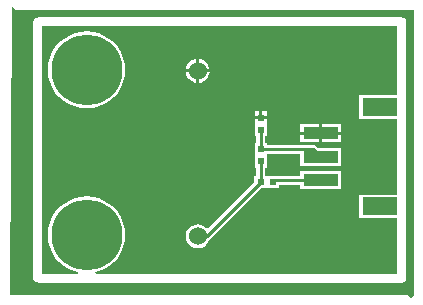
<source format=gtl>
%FSLAX23Y23*%
%MOIN*%
G70*
G01*
G75*
G04 Layer_Physical_Order=1*
G04 Layer_Color=255*
%ADD10R,0.118X0.059*%
%ADD11R,0.118X0.039*%
%ADD12R,0.020X0.024*%
%ADD13R,0.024X0.020*%
%ADD14C,0.010*%
%ADD15C,0.060*%
%ADD16C,0.236*%
%ADD17C,0.039*%
G36*
X-65Y900D02*
X1260D01*
Y-50D01*
X1250Y-60D01*
X1240Y-50D01*
X-81D01*
X-85Y-46D01*
X-80Y909D01*
X-75Y910D01*
X-65Y900D01*
D02*
G37*
%LPC*%
G36*
X1220Y875D02*
X10D01*
X4Y874D01*
X-1Y871D01*
X-6Y866D01*
X-9Y861D01*
X-10Y855D01*
Y10D01*
X-10Y10D01*
X-10D01*
X-9Y4D01*
X-6Y-1D01*
X-1Y-6D01*
X4Y-9D01*
X10Y-10D01*
X1220D01*
X1226Y-9D01*
X1231Y-6D01*
X1234Y-1D01*
X1235Y5D01*
Y860D01*
X1234Y866D01*
X1231Y871D01*
X1226Y874D01*
X1220Y875D01*
D02*
G37*
%LPD*%
G36*
X1205Y615D02*
X1078D01*
Y536D01*
X1205D01*
Y284D01*
X1078D01*
Y205D01*
X1205D01*
Y20D01*
X200D01*
X199Y25D01*
X210Y28D01*
X228Y36D01*
X246Y46D01*
X261Y59D01*
X274Y74D01*
X285Y92D01*
X292Y110D01*
X297Y130D01*
X299Y150D01*
X297Y170D01*
X292Y190D01*
X285Y208D01*
X274Y226D01*
X261Y241D01*
X246Y254D01*
X228Y264D01*
X210Y272D01*
X190Y277D01*
X170Y279D01*
X150Y277D01*
X130Y272D01*
X112Y264D01*
X94Y254D01*
X79Y241D01*
X66Y226D01*
X56Y208D01*
X48Y190D01*
X43Y170D01*
X41Y150D01*
X43Y130D01*
X48Y110D01*
X56Y92D01*
X66Y74D01*
X79Y59D01*
X94Y46D01*
X112Y36D01*
X130Y28D01*
X141Y25D01*
X140Y20D01*
X20D01*
Y845D01*
X1205D01*
Y615D01*
D02*
G37*
%LPC*%
G36*
X1019Y484D02*
X955D01*
Y459D01*
X1019D01*
Y484D01*
D02*
G37*
G36*
X945Y518D02*
X881D01*
Y494D01*
X945D01*
Y518D01*
D02*
G37*
G36*
X770Y535D02*
X730D01*
Y518D01*
Y479D01*
X735D01*
Y456D01*
X730D01*
Y413D01*
Y374D01*
X735D01*
Y345D01*
X729D01*
Y325D01*
X575Y172D01*
X570Y172D01*
X569Y174D01*
X560Y180D01*
X550Y184D01*
X540Y185D01*
X530Y184D01*
X520Y180D01*
X511Y174D01*
X505Y165D01*
X501Y155D01*
X500Y145D01*
X501Y135D01*
X505Y125D01*
X511Y116D01*
X520Y110D01*
X530Y106D01*
X540Y105D01*
X550Y106D01*
X560Y110D01*
X569Y116D01*
X575Y125D01*
X578Y133D01*
X580Y134D01*
X580Y134D01*
X580Y134D01*
X751Y305D01*
X811D01*
Y316D01*
X881D01*
Y302D01*
X1019D01*
Y361D01*
X881D01*
Y347D01*
X796D01*
X790Y345D01*
X789Y345D01*
X765D01*
Y374D01*
X770D01*
Y413D01*
Y419D01*
X881D01*
Y380D01*
X1019D01*
Y440D01*
X942D01*
X936Y445D01*
X931Y449D01*
X925Y450D01*
X770D01*
Y456D01*
X765D01*
Y479D01*
X770D01*
Y518D01*
Y535D01*
D02*
G37*
G36*
X945Y484D02*
X881D01*
Y459D01*
X945D01*
Y484D01*
D02*
G37*
G36*
X1019Y518D02*
X955D01*
Y494D01*
X1019D01*
Y518D01*
D02*
G37*
G36*
X580Y691D02*
X545D01*
Y656D01*
X550Y657D01*
X560Y661D01*
X569Y668D01*
X575Y676D01*
X579Y686D01*
X580Y691D01*
D02*
G37*
G36*
X535Y736D02*
X530Y735D01*
X520Y731D01*
X511Y725D01*
X505Y716D01*
X501Y707D01*
X500Y701D01*
X535D01*
Y736D01*
D02*
G37*
G36*
X545D02*
Y701D01*
X580D01*
X579Y707D01*
X575Y716D01*
X569Y725D01*
X560Y731D01*
X550Y735D01*
X545Y736D01*
D02*
G37*
G36*
X535Y691D02*
X500D01*
X501Y686D01*
X505Y676D01*
X511Y668D01*
X520Y661D01*
X530Y657D01*
X535Y656D01*
Y691D01*
D02*
G37*
G36*
X745Y561D02*
X730D01*
Y545D01*
X745D01*
Y561D01*
D02*
G37*
G36*
X770D02*
X755D01*
Y545D01*
X770D01*
Y561D01*
D02*
G37*
G36*
X170Y829D02*
X150Y827D01*
X130Y822D01*
X112Y814D01*
X94Y804D01*
X79Y791D01*
X66Y776D01*
X56Y758D01*
X48Y740D01*
X43Y720D01*
X41Y700D01*
X43Y680D01*
X48Y660D01*
X56Y642D01*
X66Y624D01*
X79Y609D01*
X94Y596D01*
X112Y586D01*
X130Y578D01*
X150Y573D01*
X170Y571D01*
X190Y573D01*
X210Y578D01*
X228Y586D01*
X246Y596D01*
X261Y609D01*
X274Y624D01*
X285Y642D01*
X292Y660D01*
X297Y680D01*
X299Y700D01*
X297Y720D01*
X292Y740D01*
X285Y758D01*
X274Y776D01*
X261Y791D01*
X246Y804D01*
X228Y814D01*
X210Y822D01*
X190Y827D01*
X170Y829D01*
D02*
G37*
%LPD*%
D10*
X1147Y245D02*
D03*
Y575D02*
D03*
D11*
X950Y489D02*
D03*
Y331D02*
D03*
Y410D02*
D03*
Y489D02*
D03*
D12*
X750Y500D02*
D03*
Y540D02*
D03*
Y395D02*
D03*
Y435D02*
D03*
D13*
X750Y325D02*
D03*
X790D02*
D03*
D14*
X796Y331D02*
X950D01*
X750Y435D02*
Y500D01*
Y325D02*
Y395D01*
X540Y145D02*
X570D01*
X750Y325D01*
Y435D02*
X925D01*
X950Y410D01*
D15*
X540Y696D02*
D03*
Y145D02*
D03*
D16*
X170Y700D02*
D03*
Y150D02*
D03*
D17*
X259Y700D02*
D03*
X233Y637D02*
D03*
X170Y611D02*
D03*
X107Y637D02*
D03*
X81Y700D02*
D03*
X170Y789D02*
D03*
X233Y763D02*
D03*
X107D02*
D03*
X259Y150D02*
D03*
X233Y87D02*
D03*
X170Y61D02*
D03*
X107Y87D02*
D03*
X81Y150D02*
D03*
X170Y239D02*
D03*
X233Y213D02*
D03*
X107D02*
D03*
M02*

</source>
